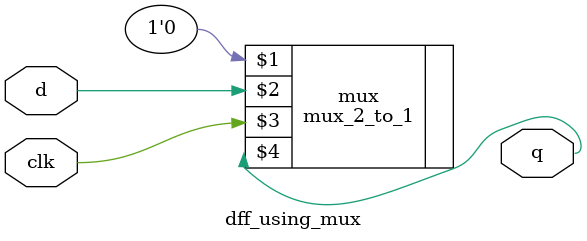
<source format=v>
module dff_using_mux
(
    input  clk,
    input  d,
    output q
);

    mux_2_to_1 mux (1'b0, d, clk, q);

endmodule



</source>
